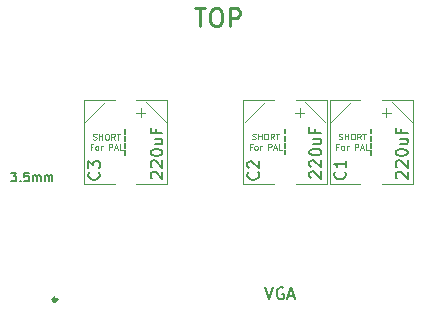
<source format=gbr>
G04 #@! TF.GenerationSoftware,KiCad,Pcbnew,(5.1.10-1-10_14)*
G04 #@! TF.CreationDate,2021-10-04T15:41:53-04:00*
G04 #@! TF.ProjectId,N64D2VGA,4e363444-3256-4474-912e-6b696361645f,1*
G04 #@! TF.SameCoordinates,Original*
G04 #@! TF.FileFunction,Legend,Top*
G04 #@! TF.FilePolarity,Positive*
%FSLAX46Y46*%
G04 Gerber Fmt 4.6, Leading zero omitted, Abs format (unit mm)*
G04 Created by KiCad (PCBNEW (5.1.10-1-10_14)) date 2021-10-04 15:41:53*
%MOMM*%
%LPD*%
G01*
G04 APERTURE LIST*
%ADD10C,0.250000*%
%ADD11C,0.127000*%
%ADD12C,0.125000*%
%ADD13C,0.150000*%
%ADD14C,0.350000*%
%ADD15C,0.120000*%
%ADD16C,0.100000*%
%ADD17C,1.801600*%
%ADD18C,4.167600*%
%ADD19O,3.117600X1.609600*%
G04 APERTURE END LIST*
D10*
X138965714Y-91358571D02*
X139822857Y-91358571D01*
X139394285Y-92858571D02*
X139394285Y-91358571D01*
X140608571Y-91358571D02*
X140894285Y-91358571D01*
X141037142Y-91430000D01*
X141180000Y-91572857D01*
X141251428Y-91858571D01*
X141251428Y-92358571D01*
X141180000Y-92644285D01*
X141037142Y-92787142D01*
X140894285Y-92858571D01*
X140608571Y-92858571D01*
X140465714Y-92787142D01*
X140322857Y-92644285D01*
X140251428Y-92358571D01*
X140251428Y-91858571D01*
X140322857Y-91572857D01*
X140465714Y-91430000D01*
X140608571Y-91358571D01*
X141894285Y-92858571D02*
X141894285Y-91358571D01*
X142465714Y-91358571D01*
X142608571Y-91430000D01*
X142680000Y-91501428D01*
X142751428Y-91644285D01*
X142751428Y-91858571D01*
X142680000Y-92001428D01*
X142608571Y-92072857D01*
X142465714Y-92144285D01*
X141894285Y-92144285D01*
D11*
X153870000Y-101570000D02*
X153870000Y-101940000D01*
X153870000Y-102170000D02*
X153870000Y-102540000D01*
X153870000Y-103370000D02*
X153870000Y-103740000D01*
X153870000Y-102770000D02*
X153870000Y-103140000D01*
D12*
X151142857Y-102424880D02*
X151214285Y-102448690D01*
X151333333Y-102448690D01*
X151380952Y-102424880D01*
X151404761Y-102401071D01*
X151428571Y-102353452D01*
X151428571Y-102305833D01*
X151404761Y-102258214D01*
X151380952Y-102234404D01*
X151333333Y-102210595D01*
X151238095Y-102186785D01*
X151190476Y-102162976D01*
X151166666Y-102139166D01*
X151142857Y-102091547D01*
X151142857Y-102043928D01*
X151166666Y-101996309D01*
X151190476Y-101972500D01*
X151238095Y-101948690D01*
X151357142Y-101948690D01*
X151428571Y-101972500D01*
X151642857Y-102448690D02*
X151642857Y-101948690D01*
X151642857Y-102186785D02*
X151928571Y-102186785D01*
X151928571Y-102448690D02*
X151928571Y-101948690D01*
X152261904Y-101948690D02*
X152357142Y-101948690D01*
X152404761Y-101972500D01*
X152452380Y-102020119D01*
X152476190Y-102115357D01*
X152476190Y-102282023D01*
X152452380Y-102377261D01*
X152404761Y-102424880D01*
X152357142Y-102448690D01*
X152261904Y-102448690D01*
X152214285Y-102424880D01*
X152166666Y-102377261D01*
X152142857Y-102282023D01*
X152142857Y-102115357D01*
X152166666Y-102020119D01*
X152214285Y-101972500D01*
X152261904Y-101948690D01*
X152976190Y-102448690D02*
X152809523Y-102210595D01*
X152690476Y-102448690D02*
X152690476Y-101948690D01*
X152880952Y-101948690D01*
X152928571Y-101972500D01*
X152952380Y-101996309D01*
X152976190Y-102043928D01*
X152976190Y-102115357D01*
X152952380Y-102162976D01*
X152928571Y-102186785D01*
X152880952Y-102210595D01*
X152690476Y-102210595D01*
X153119047Y-101948690D02*
X153404761Y-101948690D01*
X153261904Y-102448690D02*
X153261904Y-101948690D01*
X151083333Y-103061785D02*
X150916666Y-103061785D01*
X150916666Y-103323690D02*
X150916666Y-102823690D01*
X151154761Y-102823690D01*
X151416666Y-103323690D02*
X151369047Y-103299880D01*
X151345238Y-103276071D01*
X151321428Y-103228452D01*
X151321428Y-103085595D01*
X151345238Y-103037976D01*
X151369047Y-103014166D01*
X151416666Y-102990357D01*
X151488095Y-102990357D01*
X151535714Y-103014166D01*
X151559523Y-103037976D01*
X151583333Y-103085595D01*
X151583333Y-103228452D01*
X151559523Y-103276071D01*
X151535714Y-103299880D01*
X151488095Y-103323690D01*
X151416666Y-103323690D01*
X151797619Y-103323690D02*
X151797619Y-102990357D01*
X151797619Y-103085595D02*
X151821428Y-103037976D01*
X151845238Y-103014166D01*
X151892857Y-102990357D01*
X151940476Y-102990357D01*
X152488095Y-103323690D02*
X152488095Y-102823690D01*
X152678571Y-102823690D01*
X152726190Y-102847500D01*
X152750000Y-102871309D01*
X152773809Y-102918928D01*
X152773809Y-102990357D01*
X152750000Y-103037976D01*
X152726190Y-103061785D01*
X152678571Y-103085595D01*
X152488095Y-103085595D01*
X152964285Y-103180833D02*
X153202380Y-103180833D01*
X152916666Y-103323690D02*
X153083333Y-102823690D01*
X153250000Y-103323690D01*
X153654761Y-103323690D02*
X153416666Y-103323690D01*
X153416666Y-102823690D01*
D11*
X146530000Y-101570000D02*
X146530000Y-101940000D01*
X146530000Y-102170000D02*
X146530000Y-102540000D01*
X146530000Y-103370000D02*
X146530000Y-103740000D01*
X146530000Y-102770000D02*
X146530000Y-103140000D01*
D12*
X143802857Y-102424880D02*
X143874285Y-102448690D01*
X143993333Y-102448690D01*
X144040952Y-102424880D01*
X144064761Y-102401071D01*
X144088571Y-102353452D01*
X144088571Y-102305833D01*
X144064761Y-102258214D01*
X144040952Y-102234404D01*
X143993333Y-102210595D01*
X143898095Y-102186785D01*
X143850476Y-102162976D01*
X143826666Y-102139166D01*
X143802857Y-102091547D01*
X143802857Y-102043928D01*
X143826666Y-101996309D01*
X143850476Y-101972500D01*
X143898095Y-101948690D01*
X144017142Y-101948690D01*
X144088571Y-101972500D01*
X144302857Y-102448690D02*
X144302857Y-101948690D01*
X144302857Y-102186785D02*
X144588571Y-102186785D01*
X144588571Y-102448690D02*
X144588571Y-101948690D01*
X144921904Y-101948690D02*
X145017142Y-101948690D01*
X145064761Y-101972500D01*
X145112380Y-102020119D01*
X145136190Y-102115357D01*
X145136190Y-102282023D01*
X145112380Y-102377261D01*
X145064761Y-102424880D01*
X145017142Y-102448690D01*
X144921904Y-102448690D01*
X144874285Y-102424880D01*
X144826666Y-102377261D01*
X144802857Y-102282023D01*
X144802857Y-102115357D01*
X144826666Y-102020119D01*
X144874285Y-101972500D01*
X144921904Y-101948690D01*
X145636190Y-102448690D02*
X145469523Y-102210595D01*
X145350476Y-102448690D02*
X145350476Y-101948690D01*
X145540952Y-101948690D01*
X145588571Y-101972500D01*
X145612380Y-101996309D01*
X145636190Y-102043928D01*
X145636190Y-102115357D01*
X145612380Y-102162976D01*
X145588571Y-102186785D01*
X145540952Y-102210595D01*
X145350476Y-102210595D01*
X145779047Y-101948690D02*
X146064761Y-101948690D01*
X145921904Y-102448690D02*
X145921904Y-101948690D01*
X143743333Y-103061785D02*
X143576666Y-103061785D01*
X143576666Y-103323690D02*
X143576666Y-102823690D01*
X143814761Y-102823690D01*
X144076666Y-103323690D02*
X144029047Y-103299880D01*
X144005238Y-103276071D01*
X143981428Y-103228452D01*
X143981428Y-103085595D01*
X144005238Y-103037976D01*
X144029047Y-103014166D01*
X144076666Y-102990357D01*
X144148095Y-102990357D01*
X144195714Y-103014166D01*
X144219523Y-103037976D01*
X144243333Y-103085595D01*
X144243333Y-103228452D01*
X144219523Y-103276071D01*
X144195714Y-103299880D01*
X144148095Y-103323690D01*
X144076666Y-103323690D01*
X144457619Y-103323690D02*
X144457619Y-102990357D01*
X144457619Y-103085595D02*
X144481428Y-103037976D01*
X144505238Y-103014166D01*
X144552857Y-102990357D01*
X144600476Y-102990357D01*
X145148095Y-103323690D02*
X145148095Y-102823690D01*
X145338571Y-102823690D01*
X145386190Y-102847500D01*
X145410000Y-102871309D01*
X145433809Y-102918928D01*
X145433809Y-102990357D01*
X145410000Y-103037976D01*
X145386190Y-103061785D01*
X145338571Y-103085595D01*
X145148095Y-103085595D01*
X145624285Y-103180833D02*
X145862380Y-103180833D01*
X145576666Y-103323690D02*
X145743333Y-102823690D01*
X145910000Y-103323690D01*
X146314761Y-103323690D02*
X146076666Y-103323690D01*
X146076666Y-102823690D01*
X130322857Y-102434880D02*
X130394285Y-102458690D01*
X130513333Y-102458690D01*
X130560952Y-102434880D01*
X130584761Y-102411071D01*
X130608571Y-102363452D01*
X130608571Y-102315833D01*
X130584761Y-102268214D01*
X130560952Y-102244404D01*
X130513333Y-102220595D01*
X130418095Y-102196785D01*
X130370476Y-102172976D01*
X130346666Y-102149166D01*
X130322857Y-102101547D01*
X130322857Y-102053928D01*
X130346666Y-102006309D01*
X130370476Y-101982500D01*
X130418095Y-101958690D01*
X130537142Y-101958690D01*
X130608571Y-101982500D01*
X130822857Y-102458690D02*
X130822857Y-101958690D01*
X130822857Y-102196785D02*
X131108571Y-102196785D01*
X131108571Y-102458690D02*
X131108571Y-101958690D01*
X131441904Y-101958690D02*
X131537142Y-101958690D01*
X131584761Y-101982500D01*
X131632380Y-102030119D01*
X131656190Y-102125357D01*
X131656190Y-102292023D01*
X131632380Y-102387261D01*
X131584761Y-102434880D01*
X131537142Y-102458690D01*
X131441904Y-102458690D01*
X131394285Y-102434880D01*
X131346666Y-102387261D01*
X131322857Y-102292023D01*
X131322857Y-102125357D01*
X131346666Y-102030119D01*
X131394285Y-101982500D01*
X131441904Y-101958690D01*
X132156190Y-102458690D02*
X131989523Y-102220595D01*
X131870476Y-102458690D02*
X131870476Y-101958690D01*
X132060952Y-101958690D01*
X132108571Y-101982500D01*
X132132380Y-102006309D01*
X132156190Y-102053928D01*
X132156190Y-102125357D01*
X132132380Y-102172976D01*
X132108571Y-102196785D01*
X132060952Y-102220595D01*
X131870476Y-102220595D01*
X132299047Y-101958690D02*
X132584761Y-101958690D01*
X132441904Y-102458690D02*
X132441904Y-101958690D01*
X130263333Y-103071785D02*
X130096666Y-103071785D01*
X130096666Y-103333690D02*
X130096666Y-102833690D01*
X130334761Y-102833690D01*
X130596666Y-103333690D02*
X130549047Y-103309880D01*
X130525238Y-103286071D01*
X130501428Y-103238452D01*
X130501428Y-103095595D01*
X130525238Y-103047976D01*
X130549047Y-103024166D01*
X130596666Y-103000357D01*
X130668095Y-103000357D01*
X130715714Y-103024166D01*
X130739523Y-103047976D01*
X130763333Y-103095595D01*
X130763333Y-103238452D01*
X130739523Y-103286071D01*
X130715714Y-103309880D01*
X130668095Y-103333690D01*
X130596666Y-103333690D01*
X130977619Y-103333690D02*
X130977619Y-103000357D01*
X130977619Y-103095595D02*
X131001428Y-103047976D01*
X131025238Y-103024166D01*
X131072857Y-103000357D01*
X131120476Y-103000357D01*
X131668095Y-103333690D02*
X131668095Y-102833690D01*
X131858571Y-102833690D01*
X131906190Y-102857500D01*
X131930000Y-102881309D01*
X131953809Y-102928928D01*
X131953809Y-103000357D01*
X131930000Y-103047976D01*
X131906190Y-103071785D01*
X131858571Y-103095595D01*
X131668095Y-103095595D01*
X132144285Y-103190833D02*
X132382380Y-103190833D01*
X132096666Y-103333690D02*
X132263333Y-102833690D01*
X132430000Y-103333690D01*
X132834761Y-103333690D02*
X132596666Y-103333690D01*
X132596666Y-102833690D01*
D11*
X133050000Y-103380000D02*
X133050000Y-103750000D01*
X133050000Y-102780000D02*
X133050000Y-103150000D01*
X133050000Y-102180000D02*
X133050000Y-102550000D01*
X133050000Y-101580000D02*
X133050000Y-101950000D01*
D13*
X123364285Y-105249285D02*
X123828571Y-105249285D01*
X123578571Y-105535000D01*
X123685714Y-105535000D01*
X123757142Y-105570714D01*
X123792857Y-105606428D01*
X123828571Y-105677857D01*
X123828571Y-105856428D01*
X123792857Y-105927857D01*
X123757142Y-105963571D01*
X123685714Y-105999285D01*
X123471428Y-105999285D01*
X123400000Y-105963571D01*
X123364285Y-105927857D01*
X124150000Y-105927857D02*
X124185714Y-105963571D01*
X124150000Y-105999285D01*
X124114285Y-105963571D01*
X124150000Y-105927857D01*
X124150000Y-105999285D01*
X124864285Y-105249285D02*
X124507142Y-105249285D01*
X124471428Y-105606428D01*
X124507142Y-105570714D01*
X124578571Y-105535000D01*
X124757142Y-105535000D01*
X124828571Y-105570714D01*
X124864285Y-105606428D01*
X124900000Y-105677857D01*
X124900000Y-105856428D01*
X124864285Y-105927857D01*
X124828571Y-105963571D01*
X124757142Y-105999285D01*
X124578571Y-105999285D01*
X124507142Y-105963571D01*
X124471428Y-105927857D01*
X125221428Y-105999285D02*
X125221428Y-105499285D01*
X125221428Y-105570714D02*
X125257142Y-105535000D01*
X125328571Y-105499285D01*
X125435714Y-105499285D01*
X125507142Y-105535000D01*
X125542857Y-105606428D01*
X125542857Y-105999285D01*
X125542857Y-105606428D02*
X125578571Y-105535000D01*
X125650000Y-105499285D01*
X125757142Y-105499285D01*
X125828571Y-105535000D01*
X125864285Y-105606428D01*
X125864285Y-105999285D01*
X126221428Y-105999285D02*
X126221428Y-105499285D01*
X126221428Y-105570714D02*
X126257142Y-105535000D01*
X126328571Y-105499285D01*
X126435714Y-105499285D01*
X126507142Y-105535000D01*
X126542857Y-105606428D01*
X126542857Y-105999285D01*
X126542857Y-105606428D02*
X126578571Y-105535000D01*
X126650000Y-105499285D01*
X126757142Y-105499285D01*
X126828571Y-105535000D01*
X126864285Y-105606428D01*
X126864285Y-105999285D01*
X144898095Y-114982380D02*
X145231428Y-115982380D01*
X145564761Y-114982380D01*
X146421904Y-115030000D02*
X146326666Y-114982380D01*
X146183809Y-114982380D01*
X146040952Y-115030000D01*
X145945714Y-115125238D01*
X145898095Y-115220476D01*
X145850476Y-115410952D01*
X145850476Y-115553809D01*
X145898095Y-115744285D01*
X145945714Y-115839523D01*
X146040952Y-115934761D01*
X146183809Y-115982380D01*
X146279047Y-115982380D01*
X146421904Y-115934761D01*
X146469523Y-115887142D01*
X146469523Y-115553809D01*
X146279047Y-115553809D01*
X146850476Y-115696666D02*
X147326666Y-115696666D01*
X146755238Y-115982380D02*
X147088571Y-114982380D01*
X147421904Y-115982380D01*
D14*
X127230000Y-116020000D02*
G75*
G03*
X127230000Y-116020000I-150000J0D01*
G01*
D15*
X154809640Y-106185500D02*
X157410600Y-106185500D01*
X152950360Y-99124300D02*
X150349400Y-99124300D01*
X157410600Y-99124300D02*
X154809640Y-99124300D01*
X157410600Y-106185500D02*
X157410600Y-99124300D01*
X150349400Y-106185500D02*
X152950360Y-106185500D01*
X150349400Y-99124300D02*
X150349400Y-106185500D01*
D16*
X152178200Y-99251300D02*
X150476400Y-100953100D01*
X155581800Y-99251300D02*
X157283600Y-100953100D01*
D15*
X155531000Y-100193600D02*
X154769000Y-100193600D01*
X155150000Y-100574600D02*
X155150000Y-99812600D01*
X147489640Y-106180600D02*
X150090600Y-106180600D01*
X145630360Y-99119400D02*
X143029400Y-99119400D01*
X150090600Y-99119400D02*
X147489640Y-99119400D01*
X150090600Y-106180600D02*
X150090600Y-99119400D01*
X143029400Y-106180600D02*
X145630360Y-106180600D01*
X143029400Y-99119400D02*
X143029400Y-106180600D01*
D16*
X144858200Y-99246400D02*
X143156400Y-100948200D01*
X148261800Y-99246400D02*
X149963600Y-100948200D01*
D15*
X148211000Y-100188700D02*
X147449000Y-100188700D01*
X147830000Y-100569700D02*
X147830000Y-99807700D01*
X133989640Y-106190600D02*
X136590600Y-106190600D01*
X132130360Y-99129400D02*
X129529400Y-99129400D01*
X136590600Y-99129400D02*
X133989640Y-99129400D01*
X136590600Y-106190600D02*
X136590600Y-99129400D01*
X129529400Y-106190600D02*
X132130360Y-106190600D01*
X129529400Y-99129400D02*
X129529400Y-106190600D01*
D16*
X131358200Y-99256400D02*
X129656400Y-100958200D01*
X134761800Y-99256400D02*
X136463600Y-100958200D01*
D15*
X134711000Y-100198700D02*
X133949000Y-100198700D01*
X134330000Y-100579700D02*
X134330000Y-99817700D01*
D13*
X151627142Y-105196666D02*
X151674761Y-105244285D01*
X151722380Y-105387142D01*
X151722380Y-105482380D01*
X151674761Y-105625238D01*
X151579523Y-105720476D01*
X151484285Y-105768095D01*
X151293809Y-105815714D01*
X151150952Y-105815714D01*
X150960476Y-105768095D01*
X150865238Y-105720476D01*
X150770000Y-105625238D01*
X150722380Y-105482380D01*
X150722380Y-105387142D01*
X150770000Y-105244285D01*
X150817619Y-105196666D01*
X151722380Y-104244285D02*
X151722380Y-104815714D01*
X151722380Y-104530000D02*
X150722380Y-104530000D01*
X150865238Y-104625238D01*
X150960476Y-104720476D01*
X151008095Y-104815714D01*
X156037619Y-105749047D02*
X155990000Y-105701428D01*
X155942380Y-105606190D01*
X155942380Y-105368095D01*
X155990000Y-105272857D01*
X156037619Y-105225238D01*
X156132857Y-105177619D01*
X156228095Y-105177619D01*
X156370952Y-105225238D01*
X156942380Y-105796666D01*
X156942380Y-105177619D01*
X156037619Y-104796666D02*
X155990000Y-104749047D01*
X155942380Y-104653809D01*
X155942380Y-104415714D01*
X155990000Y-104320476D01*
X156037619Y-104272857D01*
X156132857Y-104225238D01*
X156228095Y-104225238D01*
X156370952Y-104272857D01*
X156942380Y-104844285D01*
X156942380Y-104225238D01*
X155942380Y-103606190D02*
X155942380Y-103510952D01*
X155990000Y-103415714D01*
X156037619Y-103368095D01*
X156132857Y-103320476D01*
X156323333Y-103272857D01*
X156561428Y-103272857D01*
X156751904Y-103320476D01*
X156847142Y-103368095D01*
X156894761Y-103415714D01*
X156942380Y-103510952D01*
X156942380Y-103606190D01*
X156894761Y-103701428D01*
X156847142Y-103749047D01*
X156751904Y-103796666D01*
X156561428Y-103844285D01*
X156323333Y-103844285D01*
X156132857Y-103796666D01*
X156037619Y-103749047D01*
X155990000Y-103701428D01*
X155942380Y-103606190D01*
X156275714Y-102415714D02*
X156942380Y-102415714D01*
X156275714Y-102844285D02*
X156799523Y-102844285D01*
X156894761Y-102796666D01*
X156942380Y-102701428D01*
X156942380Y-102558571D01*
X156894761Y-102463333D01*
X156847142Y-102415714D01*
X156418571Y-101606190D02*
X156418571Y-101939523D01*
X156942380Y-101939523D02*
X155942380Y-101939523D01*
X155942380Y-101463333D01*
X144287142Y-105226666D02*
X144334761Y-105274285D01*
X144382380Y-105417142D01*
X144382380Y-105512380D01*
X144334761Y-105655238D01*
X144239523Y-105750476D01*
X144144285Y-105798095D01*
X143953809Y-105845714D01*
X143810952Y-105845714D01*
X143620476Y-105798095D01*
X143525238Y-105750476D01*
X143430000Y-105655238D01*
X143382380Y-105512380D01*
X143382380Y-105417142D01*
X143430000Y-105274285D01*
X143477619Y-105226666D01*
X143477619Y-104845714D02*
X143430000Y-104798095D01*
X143382380Y-104702857D01*
X143382380Y-104464761D01*
X143430000Y-104369523D01*
X143477619Y-104321904D01*
X143572857Y-104274285D01*
X143668095Y-104274285D01*
X143810952Y-104321904D01*
X144382380Y-104893333D01*
X144382380Y-104274285D01*
X148727619Y-105709047D02*
X148680000Y-105661428D01*
X148632380Y-105566190D01*
X148632380Y-105328095D01*
X148680000Y-105232857D01*
X148727619Y-105185238D01*
X148822857Y-105137619D01*
X148918095Y-105137619D01*
X149060952Y-105185238D01*
X149632380Y-105756666D01*
X149632380Y-105137619D01*
X148727619Y-104756666D02*
X148680000Y-104709047D01*
X148632380Y-104613809D01*
X148632380Y-104375714D01*
X148680000Y-104280476D01*
X148727619Y-104232857D01*
X148822857Y-104185238D01*
X148918095Y-104185238D01*
X149060952Y-104232857D01*
X149632380Y-104804285D01*
X149632380Y-104185238D01*
X148632380Y-103566190D02*
X148632380Y-103470952D01*
X148680000Y-103375714D01*
X148727619Y-103328095D01*
X148822857Y-103280476D01*
X149013333Y-103232857D01*
X149251428Y-103232857D01*
X149441904Y-103280476D01*
X149537142Y-103328095D01*
X149584761Y-103375714D01*
X149632380Y-103470952D01*
X149632380Y-103566190D01*
X149584761Y-103661428D01*
X149537142Y-103709047D01*
X149441904Y-103756666D01*
X149251428Y-103804285D01*
X149013333Y-103804285D01*
X148822857Y-103756666D01*
X148727619Y-103709047D01*
X148680000Y-103661428D01*
X148632380Y-103566190D01*
X148965714Y-102375714D02*
X149632380Y-102375714D01*
X148965714Y-102804285D02*
X149489523Y-102804285D01*
X149584761Y-102756666D01*
X149632380Y-102661428D01*
X149632380Y-102518571D01*
X149584761Y-102423333D01*
X149537142Y-102375714D01*
X149108571Y-101566190D02*
X149108571Y-101899523D01*
X149632380Y-101899523D02*
X148632380Y-101899523D01*
X148632380Y-101423333D01*
X130797142Y-105226666D02*
X130844761Y-105274285D01*
X130892380Y-105417142D01*
X130892380Y-105512380D01*
X130844761Y-105655238D01*
X130749523Y-105750476D01*
X130654285Y-105798095D01*
X130463809Y-105845714D01*
X130320952Y-105845714D01*
X130130476Y-105798095D01*
X130035238Y-105750476D01*
X129940000Y-105655238D01*
X129892380Y-105512380D01*
X129892380Y-105417142D01*
X129940000Y-105274285D01*
X129987619Y-105226666D01*
X129892380Y-104893333D02*
X129892380Y-104274285D01*
X130273333Y-104607619D01*
X130273333Y-104464761D01*
X130320952Y-104369523D01*
X130368571Y-104321904D01*
X130463809Y-104274285D01*
X130701904Y-104274285D01*
X130797142Y-104321904D01*
X130844761Y-104369523D01*
X130892380Y-104464761D01*
X130892380Y-104750476D01*
X130844761Y-104845714D01*
X130797142Y-104893333D01*
X135287619Y-105749047D02*
X135240000Y-105701428D01*
X135192380Y-105606190D01*
X135192380Y-105368095D01*
X135240000Y-105272857D01*
X135287619Y-105225238D01*
X135382857Y-105177619D01*
X135478095Y-105177619D01*
X135620952Y-105225238D01*
X136192380Y-105796666D01*
X136192380Y-105177619D01*
X135287619Y-104796666D02*
X135240000Y-104749047D01*
X135192380Y-104653809D01*
X135192380Y-104415714D01*
X135240000Y-104320476D01*
X135287619Y-104272857D01*
X135382857Y-104225238D01*
X135478095Y-104225238D01*
X135620952Y-104272857D01*
X136192380Y-104844285D01*
X136192380Y-104225238D01*
X135192380Y-103606190D02*
X135192380Y-103510952D01*
X135240000Y-103415714D01*
X135287619Y-103368095D01*
X135382857Y-103320476D01*
X135573333Y-103272857D01*
X135811428Y-103272857D01*
X136001904Y-103320476D01*
X136097142Y-103368095D01*
X136144761Y-103415714D01*
X136192380Y-103510952D01*
X136192380Y-103606190D01*
X136144761Y-103701428D01*
X136097142Y-103749047D01*
X136001904Y-103796666D01*
X135811428Y-103844285D01*
X135573333Y-103844285D01*
X135382857Y-103796666D01*
X135287619Y-103749047D01*
X135240000Y-103701428D01*
X135192380Y-103606190D01*
X135525714Y-102415714D02*
X136192380Y-102415714D01*
X135525714Y-102844285D02*
X136049523Y-102844285D01*
X136144761Y-102796666D01*
X136192380Y-102701428D01*
X136192380Y-102558571D01*
X136144761Y-102463333D01*
X136097142Y-102415714D01*
X135668571Y-101606190D02*
X135668571Y-101939523D01*
X136192380Y-101939523D02*
X135192380Y-101939523D01*
X135192380Y-101463333D01*
%LPC*%
D17*
X141005000Y-113560000D03*
X143295000Y-113560000D03*
X145585000Y-113560000D03*
X147875000Y-113560000D03*
X150165000Y-113560000D03*
X142150000Y-111580000D03*
X144440000Y-111580000D03*
X146730000Y-111580000D03*
X149020000Y-111580000D03*
X151310000Y-111580000D03*
X141005000Y-109600000D03*
X143295000Y-109600000D03*
X145585000Y-109600000D03*
X147875000Y-109600000D03*
D18*
X133090000Y-111580000D03*
X158080000Y-111580000D03*
G36*
G01*
X151065800Y-108750000D02*
X151065800Y-110450000D01*
G75*
G02*
X151015000Y-110500800I-50800J0D01*
G01*
X149315000Y-110500800D01*
G75*
G02*
X149264200Y-110450000I0J50800D01*
G01*
X149264200Y-108750000D01*
G75*
G02*
X149315000Y-108699200I50800J0D01*
G01*
X151015000Y-108699200D01*
G75*
G02*
X151065800Y-108750000I0J-50800D01*
G01*
G37*
G36*
G01*
X146179200Y-96390400D02*
X146179200Y-95589600D01*
G75*
G02*
X146579600Y-95189200I400400J0D01*
G01*
X147380400Y-95189200D01*
G75*
G02*
X147780800Y-95589600I0J-400400D01*
G01*
X147780800Y-96390400D01*
G75*
G02*
X147380400Y-96790800I-400400J0D01*
G01*
X146579600Y-96790800D01*
G75*
G02*
X146179200Y-96390400I0J400400D01*
G01*
G37*
G36*
G01*
X143759200Y-96390400D02*
X143759200Y-95589600D01*
G75*
G02*
X144159600Y-95189200I400400J0D01*
G01*
X144960400Y-95189200D01*
G75*
G02*
X145360800Y-95589600I0J-400400D01*
G01*
X145360800Y-96390400D01*
G75*
G02*
X144960400Y-96790800I-400400J0D01*
G01*
X144159600Y-96790800D01*
G75*
G02*
X143759200Y-96390400I0J400400D01*
G01*
G37*
G36*
G01*
X141339200Y-96390400D02*
X141339200Y-95589600D01*
G75*
G02*
X141739600Y-95189200I400400J0D01*
G01*
X142540400Y-95189200D01*
G75*
G02*
X142940800Y-95589600I0J-400400D01*
G01*
X142940800Y-96390400D01*
G75*
G02*
X142540400Y-96790800I-400400J0D01*
G01*
X141739600Y-96790800D01*
G75*
G02*
X141339200Y-96390400I0J400400D01*
G01*
G37*
G36*
G01*
X138919200Y-96390400D02*
X138919200Y-95589600D01*
G75*
G02*
X139319600Y-95189200I400400J0D01*
G01*
X140120400Y-95189200D01*
G75*
G02*
X140520800Y-95589600I0J-400400D01*
G01*
X140520800Y-96390400D01*
G75*
G02*
X140120400Y-96790800I-400400J0D01*
G01*
X139319600Y-96790800D01*
G75*
G02*
X138919200Y-96390400I0J400400D01*
G01*
G37*
G36*
G01*
X136499200Y-96390400D02*
X136499200Y-95589600D01*
G75*
G02*
X136899600Y-95189200I400400J0D01*
G01*
X137700400Y-95189200D01*
G75*
G02*
X138100800Y-95589600I0J-400400D01*
G01*
X138100800Y-96390400D01*
G75*
G02*
X137700400Y-96790800I-400400J0D01*
G01*
X136899600Y-96790800D01*
G75*
G02*
X136499200Y-96390400I0J400400D01*
G01*
G37*
G36*
G01*
X134079200Y-96390400D02*
X134079200Y-95589600D01*
G75*
G02*
X134479600Y-95189200I400400J0D01*
G01*
X135280400Y-95189200D01*
G75*
G02*
X135680800Y-95589600I0J-400400D01*
G01*
X135680800Y-96390400D01*
G75*
G02*
X135280400Y-96790800I-400400J0D01*
G01*
X134479600Y-96790800D01*
G75*
G02*
X134079200Y-96390400I0J400400D01*
G01*
G37*
D19*
X125150000Y-115450000D03*
X123150000Y-113050000D03*
X125150000Y-109350000D03*
X123150000Y-107550000D03*
X125150000Y-103850000D03*
G36*
G01*
X153283100Y-98400400D02*
X154476900Y-98400400D01*
G75*
G02*
X154527700Y-98451200I0J-50800D01*
G01*
X154527700Y-101448400D01*
G75*
G02*
X154476900Y-101499200I-50800J0D01*
G01*
X153283100Y-101499200D01*
G75*
G02*
X153232300Y-101448400I0J50800D01*
G01*
X153232300Y-98451200D01*
G75*
G02*
X153283100Y-98400400I50800J0D01*
G01*
G37*
G36*
G01*
X153283100Y-103810600D02*
X154476900Y-103810600D01*
G75*
G02*
X154527700Y-103861400I0J-50800D01*
G01*
X154527700Y-106858600D01*
G75*
G02*
X154476900Y-106909400I-50800J0D01*
G01*
X153283100Y-106909400D01*
G75*
G02*
X153232300Y-106858600I0J50800D01*
G01*
X153232300Y-103861400D01*
G75*
G02*
X153283100Y-103810600I50800J0D01*
G01*
G37*
G36*
G01*
X145963100Y-98395500D02*
X147156900Y-98395500D01*
G75*
G02*
X147207700Y-98446300I0J-50800D01*
G01*
X147207700Y-101443500D01*
G75*
G02*
X147156900Y-101494300I-50800J0D01*
G01*
X145963100Y-101494300D01*
G75*
G02*
X145912300Y-101443500I0J50800D01*
G01*
X145912300Y-98446300D01*
G75*
G02*
X145963100Y-98395500I50800J0D01*
G01*
G37*
G36*
G01*
X145963100Y-103805700D02*
X147156900Y-103805700D01*
G75*
G02*
X147207700Y-103856500I0J-50800D01*
G01*
X147207700Y-106853700D01*
G75*
G02*
X147156900Y-106904500I-50800J0D01*
G01*
X145963100Y-106904500D01*
G75*
G02*
X145912300Y-106853700I0J50800D01*
G01*
X145912300Y-103856500D01*
G75*
G02*
X145963100Y-103805700I50800J0D01*
G01*
G37*
G36*
G01*
X132463100Y-98405500D02*
X133656900Y-98405500D01*
G75*
G02*
X133707700Y-98456300I0J-50800D01*
G01*
X133707700Y-101453500D01*
G75*
G02*
X133656900Y-101504300I-50800J0D01*
G01*
X132463100Y-101504300D01*
G75*
G02*
X132412300Y-101453500I0J50800D01*
G01*
X132412300Y-98456300D01*
G75*
G02*
X132463100Y-98405500I50800J0D01*
G01*
G37*
G36*
G01*
X132463100Y-103815700D02*
X133656900Y-103815700D01*
G75*
G02*
X133707700Y-103866500I0J-50800D01*
G01*
X133707700Y-106863700D01*
G75*
G02*
X133656900Y-106914500I-50800J0D01*
G01*
X132463100Y-106914500D01*
G75*
G02*
X132412300Y-106863700I0J50800D01*
G01*
X132412300Y-103866500D01*
G75*
G02*
X132463100Y-103815700I50800J0D01*
G01*
G37*
M02*

</source>
